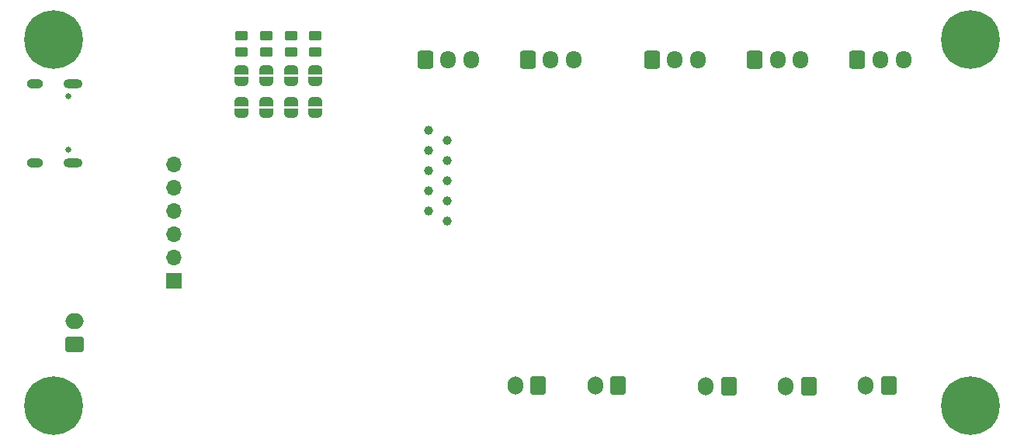
<source format=gbr>
%TF.GenerationSoftware,KiCad,Pcbnew,7.0.7*%
%TF.CreationDate,2024-02-16T21:08:36+01:00*%
%TF.ProjectId,OpenHand,4f70656e-4861-46e6-942e-6b696361645f,rev?*%
%TF.SameCoordinates,Original*%
%TF.FileFunction,Soldermask,Bot*%
%TF.FilePolarity,Negative*%
%FSLAX46Y46*%
G04 Gerber Fmt 4.6, Leading zero omitted, Abs format (unit mm)*
G04 Created by KiCad (PCBNEW 7.0.7) date 2024-02-16 21:08:36*
%MOMM*%
%LPD*%
G01*
G04 APERTURE LIST*
G04 Aperture macros list*
%AMRoundRect*
0 Rectangle with rounded corners*
0 $1 Rounding radius*
0 $2 $3 $4 $5 $6 $7 $8 $9 X,Y pos of 4 corners*
0 Add a 4 corners polygon primitive as box body*
4,1,4,$2,$3,$4,$5,$6,$7,$8,$9,$2,$3,0*
0 Add four circle primitives for the rounded corners*
1,1,$1+$1,$2,$3*
1,1,$1+$1,$4,$5*
1,1,$1+$1,$6,$7*
1,1,$1+$1,$8,$9*
0 Add four rect primitives between the rounded corners*
20,1,$1+$1,$2,$3,$4,$5,0*
20,1,$1+$1,$4,$5,$6,$7,0*
20,1,$1+$1,$6,$7,$8,$9,0*
20,1,$1+$1,$8,$9,$2,$3,0*%
%AMFreePoly0*
4,1,19,0.500000,-0.750000,0.000000,-0.750000,0.000000,-0.744911,-0.071157,-0.744911,-0.207708,-0.704816,-0.327430,-0.627875,-0.420627,-0.520320,-0.479746,-0.390866,-0.500000,-0.250000,-0.500000,0.250000,-0.479746,0.390866,-0.420627,0.520320,-0.327430,0.627875,-0.207708,0.704816,-0.071157,0.744911,0.000000,0.744911,0.000000,0.750000,0.500000,0.750000,0.500000,-0.750000,0.500000,-0.750000,
$1*%
%AMFreePoly1*
4,1,19,0.000000,0.744911,0.071157,0.744911,0.207708,0.704816,0.327430,0.627875,0.420627,0.520320,0.479746,0.390866,0.500000,0.250000,0.500000,-0.250000,0.479746,-0.390866,0.420627,-0.520320,0.327430,-0.627875,0.207708,-0.704816,0.071157,-0.744911,0.000000,-0.744911,0.000000,-0.750000,-0.500000,-0.750000,-0.500000,0.750000,0.000000,0.750000,0.000000,0.744911,0.000000,0.744911,
$1*%
G04 Aperture macros list end*
%ADD10RoundRect,0.250000X0.600000X0.750000X-0.600000X0.750000X-0.600000X-0.750000X0.600000X-0.750000X0*%
%ADD11O,1.700000X2.000000*%
%ADD12C,0.800000*%
%ADD13C,6.400000*%
%ADD14RoundRect,0.250000X-0.600000X-0.725000X0.600000X-0.725000X0.600000X0.725000X-0.600000X0.725000X0*%
%ADD15O,1.700000X1.950000*%
%ADD16C,0.650000*%
%ADD17O,2.100000X1.000000*%
%ADD18O,1.800000X1.000000*%
%ADD19RoundRect,0.250000X0.750000X-0.600000X0.750000X0.600000X-0.750000X0.600000X-0.750000X-0.600000X0*%
%ADD20O,2.000000X1.700000*%
%ADD21R,1.700000X1.700000*%
%ADD22O,1.700000X1.700000*%
%ADD23RoundRect,0.250000X-0.450000X0.262500X-0.450000X-0.262500X0.450000X-0.262500X0.450000X0.262500X0*%
%ADD24C,1.000000*%
%ADD25FreePoly0,90.000000*%
%ADD26FreePoly1,90.000000*%
G04 APERTURE END LIST*
D10*
%TO.C,J2*%
X187350000Y-142800000D03*
D11*
X184850000Y-142800000D03*
%TD*%
D12*
%TO.C,H4*%
X202600000Y-145000000D03*
X203302944Y-143302944D03*
X203302944Y-146697056D03*
X205000000Y-142600000D03*
D13*
X205000000Y-145000000D03*
D12*
X205000000Y-147400000D03*
X206697056Y-143302944D03*
X206697056Y-146697056D03*
X207400000Y-145000000D03*
%TD*%
D14*
%TO.C,J12*%
X145500000Y-107200000D03*
D15*
X148000000Y-107200000D03*
X150500000Y-107200000D03*
%TD*%
D14*
%TO.C,J9*%
X181450000Y-107200000D03*
D15*
X183950000Y-107200000D03*
X186450000Y-107200000D03*
%TD*%
D16*
%TO.C,J5*%
X106605000Y-111210000D03*
X106605000Y-116990000D03*
D17*
X107125000Y-109780000D03*
D18*
X102925000Y-109780000D03*
D17*
X107125000Y-118420000D03*
D18*
X102925000Y-118420000D03*
%TD*%
D14*
%TO.C,J8*%
X156700000Y-107200000D03*
D15*
X159200000Y-107200000D03*
X161700000Y-107200000D03*
%TD*%
D12*
%TO.C,H1*%
X102600000Y-105000000D03*
X103302944Y-103302944D03*
X103302944Y-106697056D03*
X105000000Y-102600000D03*
D13*
X105000000Y-105000000D03*
D12*
X105000000Y-107400000D03*
X106697056Y-103302944D03*
X106697056Y-106697056D03*
X107400000Y-105000000D03*
%TD*%
D10*
%TO.C,J1*%
X178600000Y-142800000D03*
D11*
X176100000Y-142800000D03*
%TD*%
D19*
%TO.C,J3*%
X107232500Y-138250000D03*
D20*
X107232500Y-135750000D03*
%TD*%
D14*
%TO.C,J13*%
X170250000Y-107200000D03*
D15*
X172750000Y-107200000D03*
X175250000Y-107200000D03*
%TD*%
D14*
%TO.C,J4*%
X192650000Y-107200000D03*
D15*
X195150000Y-107200000D03*
X197650000Y-107200000D03*
%TD*%
D12*
%TO.C,H3*%
X102600000Y-145000000D03*
X103302944Y-143302944D03*
X103302944Y-146697056D03*
X105000000Y-142600000D03*
D13*
X105000000Y-145000000D03*
D12*
X105000000Y-147400000D03*
X106697056Y-143302944D03*
X106697056Y-146697056D03*
X107400000Y-145000000D03*
%TD*%
D10*
%TO.C,J11*%
X166550000Y-142767500D03*
D11*
X164050000Y-142767500D03*
%TD*%
D10*
%TO.C,J6*%
X196050000Y-142767500D03*
D11*
X193550000Y-142767500D03*
%TD*%
D10*
%TO.C,J7*%
X157850000Y-142767500D03*
D11*
X155350000Y-142767500D03*
%TD*%
D12*
%TO.C,H2*%
X202600000Y-105000000D03*
X203302944Y-103302944D03*
X203302944Y-106697056D03*
X205000000Y-102600000D03*
D13*
X205000000Y-105000000D03*
D12*
X205000000Y-107400000D03*
X206697056Y-103302944D03*
X206697056Y-106697056D03*
X207400000Y-105000000D03*
%TD*%
D21*
%TO.C,J10*%
X118100000Y-131340000D03*
D22*
X118100000Y-128800000D03*
X118100000Y-126260000D03*
X118100000Y-123720000D03*
X118100000Y-121180000D03*
X118100000Y-118640000D03*
%TD*%
D23*
%TO.C,R16*%
X125500000Y-104537500D03*
X125500000Y-106362500D03*
%TD*%
D24*
%TO.C,TP51*%
X145900000Y-119300000D03*
%TD*%
D25*
%TO.C,JP7*%
X133500000Y-109600000D03*
D26*
X133500000Y-108300000D03*
%TD*%
D24*
%TO.C,TP56*%
X145900000Y-123700000D03*
%TD*%
%TO.C,TP49*%
X147900000Y-120400000D03*
%TD*%
%TO.C,TP38*%
X145900000Y-114900000D03*
%TD*%
D25*
%TO.C,JP11*%
X133500000Y-113050000D03*
D26*
X133500000Y-111750000D03*
%TD*%
D23*
%TO.C,R15*%
X128200000Y-104537500D03*
X128200000Y-106362500D03*
%TD*%
%TO.C,R14*%
X130850000Y-104537500D03*
X130850000Y-106362500D03*
%TD*%
D24*
%TO.C,TP36*%
X147900000Y-116000000D03*
%TD*%
D25*
%TO.C,JP8*%
X130850000Y-109600000D03*
D26*
X130850000Y-108300000D03*
%TD*%
D23*
%TO.C,R13*%
X133500000Y-104537500D03*
X133500000Y-106362500D03*
%TD*%
D24*
%TO.C,TP55*%
X147900000Y-124800000D03*
%TD*%
D25*
%TO.C,JP10*%
X125500000Y-109600000D03*
D26*
X125500000Y-108300000D03*
%TD*%
D25*
%TO.C,JP14*%
X125500000Y-113050000D03*
D26*
X125500000Y-111750000D03*
%TD*%
D24*
%TO.C,TP37*%
X147900000Y-118200000D03*
%TD*%
D25*
%TO.C,JP12*%
X130850000Y-113050000D03*
D26*
X130850000Y-111750000D03*
%TD*%
D24*
%TO.C,TP39*%
X145900000Y-117100000D03*
%TD*%
D25*
%TO.C,JP9*%
X128200000Y-109600000D03*
D26*
X128200000Y-108300000D03*
%TD*%
D24*
%TO.C,TP50*%
X147900000Y-122600000D03*
%TD*%
D25*
%TO.C,JP13*%
X128200000Y-113050000D03*
D26*
X128200000Y-111750000D03*
%TD*%
D24*
%TO.C,TP52*%
X145900000Y-121500000D03*
%TD*%
M02*

</source>
